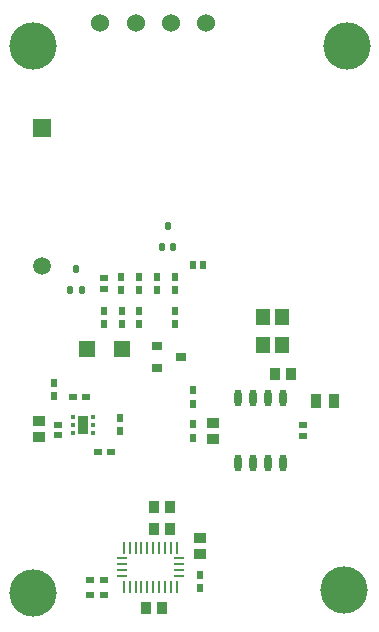
<source format=gbr>
%TF.GenerationSoftware,Altium Limited,Altium Designer,19.0.10 (269)*%
G04 Layer_Color=255*
%FSLAX26Y26*%
%MOIN*%
%TF.FileFunction,Pads,Bot*%
%TF.Part,Single*%
G01*
G75*
%TA.AperFunction,SMDPad,CuDef*%
%ADD15R,0.039370X0.035433*%
%ADD19R,0.035433X0.031496*%
%TA.AperFunction,ComponentPad*%
%ADD26C,0.060000*%
%ADD27R,0.059055X0.059055*%
%ADD28C,0.059055*%
%TA.AperFunction,ViaPad*%
%ADD29C,0.157480*%
%TA.AperFunction,SMDPad,CuDef*%
%ADD33R,0.009842X0.038386*%
%ADD34R,0.034449X0.009842*%
%ADD35R,0.023622X0.029528*%
%ADD36R,0.029528X0.023622*%
%ADD37R,0.025197X0.023622*%
%ADD38R,0.037795X0.062992*%
%TA.AperFunction,BGAPad,CuDef*%
%ADD39R,0.015748X0.015748*%
%TA.AperFunction,SMDPad,CuDef*%
%ADD40R,0.037402X0.049213*%
%ADD41R,0.051181X0.055118*%
%ADD42R,0.023622X0.025197*%
G04:AMPARAMS|DCode=43|XSize=19.685mil|YSize=29.528mil|CornerRadius=4.921mil|HoleSize=0mil|Usage=FLASHONLY|Rotation=0.000|XOffset=0mil|YOffset=0mil|HoleType=Round|Shape=RoundedRectangle|*
%AMROUNDEDRECTD43*
21,1,0.019685,0.019685,0,0,0.0*
21,1,0.009843,0.029528,0,0,0.0*
1,1,0.009842,0.004921,-0.009843*
1,1,0.009842,-0.004921,-0.009843*
1,1,0.009842,-0.004921,0.009843*
1,1,0.009842,0.004921,0.009843*
%
%ADD43ROUNDEDRECTD43*%
%ADD44R,0.035433X0.039370*%
%ADD45O,0.023622X0.057087*%
%ADD46R,0.053150X0.057087*%
D15*
X133858Y643547D02*
D03*
Y696696D02*
D03*
X715000Y638622D02*
D03*
Y691772D02*
D03*
X673228Y307254D02*
D03*
Y254105D02*
D03*
D19*
X528937Y873583D02*
D03*
Y948386D02*
D03*
X607677Y910984D02*
D03*
D26*
X693367Y2022961D02*
D03*
X575257D02*
D03*
X457147D02*
D03*
X339037D02*
D03*
D27*
X145581Y1674213D02*
D03*
D28*
Y1215551D02*
D03*
D29*
X1161417Y1948819D02*
D03*
X114173D02*
D03*
X1153543Y136134D02*
D03*
X114173Y123478D02*
D03*
D33*
X417777Y145276D02*
D03*
X437462D02*
D03*
X457147D02*
D03*
X476832D02*
D03*
X496517D02*
D03*
X516202D02*
D03*
X535887D02*
D03*
X555572D02*
D03*
X575257D02*
D03*
X594942D02*
D03*
X417777Y275906D02*
D03*
X437462D02*
D03*
X457147D02*
D03*
X476832D02*
D03*
X496517D02*
D03*
X516202D02*
D03*
X535887D02*
D03*
X555572D02*
D03*
X575257D02*
D03*
X594942D02*
D03*
D34*
X411871Y181102D02*
D03*
X600848D02*
D03*
X411871Y200787D02*
D03*
X600848D02*
D03*
X411871Y220472D02*
D03*
X600848D02*
D03*
X411871Y240157D02*
D03*
X600848D02*
D03*
D35*
X186706Y779528D02*
D03*
Y824803D02*
D03*
X405512Y709255D02*
D03*
Y663980D02*
D03*
X650000Y755669D02*
D03*
Y800945D02*
D03*
Y641496D02*
D03*
Y686772D02*
D03*
X468937Y1133110D02*
D03*
Y1178386D02*
D03*
X408937Y1133110D02*
D03*
Y1178386D02*
D03*
X352608Y1020748D02*
D03*
Y1066024D02*
D03*
X411683Y1020748D02*
D03*
Y1066024D02*
D03*
X468937Y1020748D02*
D03*
Y1066024D02*
D03*
X588937Y1133110D02*
D03*
Y1178386D02*
D03*
Y1020748D02*
D03*
Y1066024D02*
D03*
X670600Y185039D02*
D03*
Y139764D02*
D03*
X528937Y1178386D02*
D03*
Y1133110D02*
D03*
D36*
X247897Y778304D02*
D03*
X293173D02*
D03*
X330711Y594488D02*
D03*
X375986D02*
D03*
X305689Y118110D02*
D03*
X350964D02*
D03*
X305689Y169291D02*
D03*
X350964D02*
D03*
D37*
X197018Y684252D02*
D03*
Y649606D02*
D03*
X352608Y1173032D02*
D03*
Y1138386D02*
D03*
X1015729Y684095D02*
D03*
Y649449D02*
D03*
D38*
X282028Y685039D02*
D03*
D39*
X247382Y659449D02*
D03*
Y685039D02*
D03*
Y710630D02*
D03*
X316673Y659449D02*
D03*
Y685039D02*
D03*
Y710630D02*
D03*
D40*
X1056975Y763779D02*
D03*
X1117999D02*
D03*
D41*
X944882Y1043307D02*
D03*
X881890D02*
D03*
X944882Y952756D02*
D03*
X881890D02*
D03*
D42*
X648937Y1218386D02*
D03*
X683583D02*
D03*
D43*
X563937Y1347441D02*
D03*
X544252Y1279331D02*
D03*
X583622D02*
D03*
X258937Y1203386D02*
D03*
X239252Y1135276D02*
D03*
X278622D02*
D03*
D44*
X976378Y854331D02*
D03*
X923228D02*
D03*
X519685Y409616D02*
D03*
X572835D02*
D03*
X519685Y336782D02*
D03*
X572835D02*
D03*
X491169Y74803D02*
D03*
X544319D02*
D03*
D45*
X798829Y774055D02*
D03*
X848829D02*
D03*
X898829D02*
D03*
X948829D02*
D03*
X798829Y559488D02*
D03*
X848829D02*
D03*
X898829D02*
D03*
X948829D02*
D03*
D46*
X295541Y936919D02*
D03*
X411683D02*
D03*
%TF.MD5,46a0c81592efa147f6c3b0d5fdaefd3d*%
M02*

</source>
